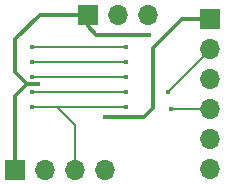
<source format=gbr>
%TF.GenerationSoftware,KiCad,Pcbnew,6.0.0*%
%TF.CreationDate,2022-01-23T14:48:09+02:00*%
%TF.ProjectId,hs-probe-adapter,68732d70-726f-4626-952d-616461707465,rev?*%
%TF.SameCoordinates,Original*%
%TF.FileFunction,Copper,L1,Top*%
%TF.FilePolarity,Positive*%
%FSLAX46Y46*%
G04 Gerber Fmt 4.6, Leading zero omitted, Abs format (unit mm)*
G04 Created by KiCad (PCBNEW 6.0.0) date 2022-01-23 14:48:09*
%MOMM*%
%LPD*%
G01*
G04 APERTURE LIST*
%TA.AperFunction,ComponentPad*%
%ADD10R,1.700000X1.700000*%
%TD*%
%TA.AperFunction,ComponentPad*%
%ADD11O,1.700000X1.700000*%
%TD*%
%TA.AperFunction,ViaPad*%
%ADD12C,0.450000*%
%TD*%
%TA.AperFunction,Conductor*%
%ADD13C,0.200000*%
%TD*%
%TA.AperFunction,Conductor*%
%ADD14C,0.300000*%
%TD*%
G04 APERTURE END LIST*
D10*
%TO.P,J3,1,Pin_1*%
%TO.N,/GND*%
X45000012Y-42250004D03*
D11*
%TO.P,J3,2,Pin_2*%
%TO.N,/T_VCP_TX*%
X47540012Y-42250004D03*
%TO.P,J3,3,Pin_3*%
%TO.N,/T_VCP_RX*%
X50080012Y-42250004D03*
%TD*%
D10*
%TO.P,J5,1,Pin_1*%
%TO.N,/GND*%
X38862000Y-55372000D03*
D11*
%TO.P,J5,2,Pin_2*%
%TO.N,/T_SWCLK*%
X41402000Y-55372000D03*
%TO.P,J5,3,Pin_3*%
%TO.N,/T_SWDIO*%
X43942000Y-55372000D03*
%TO.P,J5,4,Pin_4*%
%TO.N,/T_VCC*%
X46482000Y-55372000D03*
%TD*%
D10*
%TO.P,J4,1,Pin_1*%
%TO.N,/T_VCC*%
X55350000Y-42650000D03*
D11*
%TO.P,J4,2,Pin_2*%
%TO.N,/T_SWCLK*%
X55350000Y-45190000D03*
%TO.P,J4,3,Pin_3*%
%TO.N,/GND*%
X55350000Y-47730000D03*
%TO.P,J4,4,Pin_4*%
%TO.N,/T_SWDIO*%
X55350000Y-50270000D03*
%TO.P,J4,5,Pin_5*%
%TO.N,/T_NRST*%
X55350000Y-52810000D03*
%TO.P,J4,6,Pin_6*%
%TO.N,/T_SWO*%
X55350000Y-55350000D03*
%TD*%
D12*
%TO.N,/T_NRST*%
X40259000Y-44958000D03*
X48260000Y-44958000D03*
%TO.N,/T_JTDI*%
X40259000Y-46228000D03*
X48260000Y-46228000D03*
%TO.N,/T_SWO*%
X40259000Y-47498000D03*
X48260000Y-47498000D03*
%TO.N,/GND*%
X40767000Y-48133000D03*
X50165000Y-43942000D03*
%TO.N,/T_SWCLK*%
X48260000Y-48768000D03*
X40259000Y-48768000D03*
X51816000Y-48768000D03*
%TO.N,/T_SWDIO*%
X52048000Y-50270000D03*
X40259000Y-50038000D03*
X48260000Y-50038000D03*
%TO.N,/T_VCC*%
X46482000Y-50927000D03*
%TD*%
D13*
%TO.N,/T_NRST*%
X48260000Y-44958000D02*
X40259000Y-44958000D01*
%TO.N,/T_JTDI*%
X48260000Y-46228000D02*
X40259000Y-46228000D01*
%TO.N,/T_SWO*%
X40259000Y-47498000D02*
X48260000Y-47498000D01*
D14*
%TO.N,/GND*%
X39878000Y-48133000D02*
X38862000Y-49149000D01*
X45720000Y-43942000D02*
X45000000Y-43222000D01*
X40935000Y-42250000D02*
X45000000Y-42250000D01*
X45000000Y-43222000D02*
X45000000Y-42250000D01*
X38862000Y-44323000D02*
X40935000Y-42250000D01*
X40767000Y-48133000D02*
X39878000Y-48133000D01*
X38862000Y-47117000D02*
X38862000Y-44323000D01*
X39878000Y-48133000D02*
X38862000Y-47117000D01*
X38862000Y-53467000D02*
X38862000Y-55372000D01*
X50165000Y-43942000D02*
X45720000Y-43942000D01*
X38862000Y-49149000D02*
X38862000Y-53467000D01*
D13*
%TO.N,/T_SWCLK*%
X40259000Y-48768000D02*
X48260000Y-48768000D01*
X51816000Y-48768000D02*
X55350000Y-45234000D01*
X55350000Y-45234000D02*
X55350000Y-45190000D01*
%TO.N,/T_SWDIO*%
X42418000Y-50038000D02*
X43942000Y-51562000D01*
X41783000Y-50038000D02*
X40259000Y-50038000D01*
X48260000Y-50038000D02*
X41783000Y-50038000D01*
X52048000Y-50270000D02*
X55350000Y-50270000D01*
X43942000Y-51562000D02*
X43942000Y-55372000D01*
X41783000Y-50038000D02*
X42418000Y-50038000D01*
D14*
%TO.N,/T_VCC*%
X46482000Y-50927000D02*
X49784000Y-50927000D01*
X52981000Y-42650000D02*
X55350000Y-42650000D01*
X50546000Y-45085000D02*
X52981000Y-42650000D01*
X50546000Y-50165000D02*
X50546000Y-45085000D01*
X49784000Y-50927000D02*
X50546000Y-50165000D01*
%TD*%
M02*

</source>
